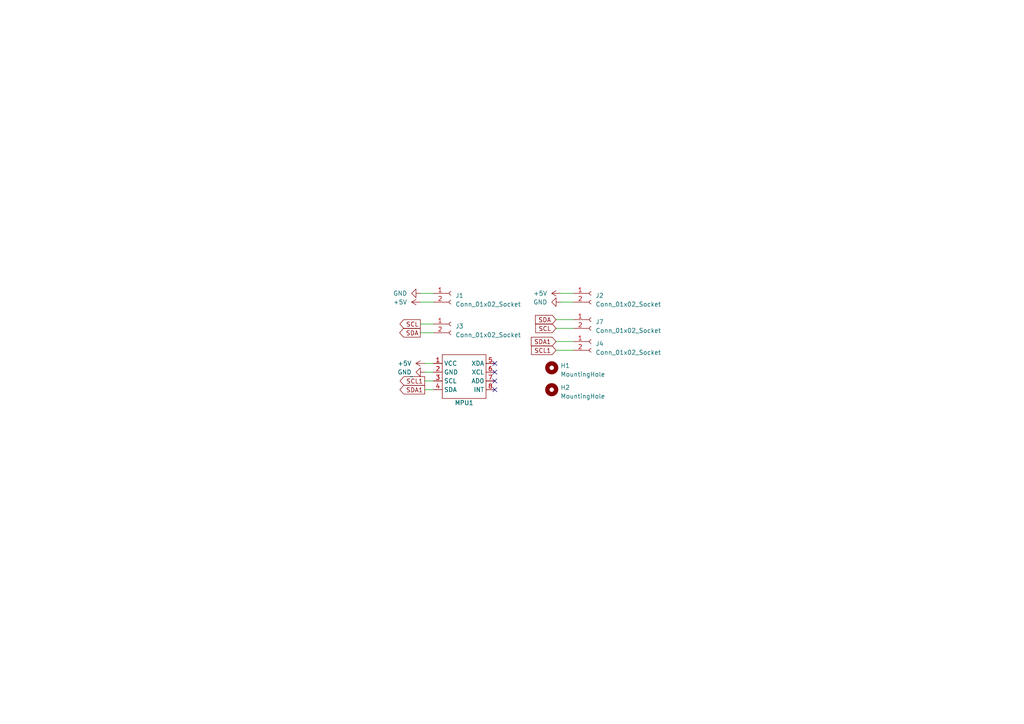
<source format=kicad_sch>
(kicad_sch (version 20230121) (generator eeschema)
  (paper "A4")
  (lib_symbols
    (symbol "Connector:Conn_01x02_Socket" (pin_names (offset 1.016) hide)
      (property "Reference" "J" (at 0 2.54 0))
      (property "Value" "Conn_01x02_Socket" (at 0 -5.08 0))
      (symbol "Conn_01x02_Socket_1_1"
        (arc (start 0 -2.032) (mid -0.5058 -2.54) (end 0 -3.048) (stroke (width 0.1524)))
        (polyline (pts (xy -1.27 -2.54) (xy -0.508 -2.54)) (stroke (width 0.1524)))
        (polyline (pts (xy -1.27 0) (xy -0.508 0)) (stroke (width 0.1524)))
        (arc (start 0 0.508) (mid -0.5058 0) (end 0 -0.508) (stroke (width 0.1524)))
        (pin passive line (at -5.08 0 0) (length 3.81) (name "Pin_1") (number "1"))
        (pin passive line (at -5.08 -2.54 0) (length 3.81) (name "Pin_2") (number "2"))
      )
    )
    (symbol "MPU6050:MPU6050"
      (property "Reference" "MPU6050" (at 0 0 0))
      (symbol "MPU6050_0_1"
        (rectangle (start -6.35 6.35) (end 6.35 -6.35))
      )
      (symbol "MPU6050_1_1"
        (pin power_in line (at -8.89 3.81 0) (length 2.54) (name "VCC") (number "1"))
        (pin power_out line (at -8.89 1.27 0) (length 2.54) (name "GND") (number "2"))
        (pin bidirectional line (at -8.89 -1.27 0) (length 2.54) (name "SCL") (number "3"))
        (pin input line (at -8.89 -3.81 0) (length 2.54) (name "SDA") (number "4"))
        (pin bidirectional line (at 8.89 3.81 180) (length 2.54) (name "XDA") (number "5"))
        (pin input line (at 8.89 1.27 180) (length 2.54) (name "XCL") (number "6"))
        (pin input line (at 8.89 -1.27 180) (length 2.54) (name "AD0") (number "7"))
        (pin output line (at 8.89 -3.81 180) (length 2.54) (name "INT") (number "8"))
      )
    )
    (symbol "Mechanical:MountingHole" (pin_names (offset 1.016))
      (property "Reference" "H" (at 0 5.08 0))
      (property "Value" "MountingHole" (at 0 3.175 0))
      (symbol "MountingHole_0_1"
        (circle (center 0 0) (radius 1.27) (stroke (width 1.27)))
      )
    )
    (symbol "power:+5V" (power) (pin_names (offset 0))
      (property "Value" "+5V" (at 0 3.556 0))
      (symbol "+5V_0_1"
        (polyline (pts (xy -0.762 1.27) (xy 0 2.54)))
        (polyline (pts (xy 0 0) (xy 0 2.54)))
        (polyline (pts (xy 0 2.54) (xy 0.762 1.27)))
      )
      (symbol "+5V_1_1"
        (pin power_in line (at 0 0 90) (length 0) hide (name "+5V") (number "1"))
      )
    )
    (symbol "power:GND" (power) (pin_names (offset 0))
      (property "Value" "GND" (at 0 -3.81 0))
      (symbol "GND_0_1"
        (polyline (pts (xy 0 0) (xy 0 -1.27) (xy 1.27 -1.27) (xy 0 -2.54) (xy -1.27 -1.27) (xy 0 -1.27)))
      )
      (symbol "GND_1_1"
        (pin power_in line (at 0 0 270) (length 0) hide (name "GND") (number "1"))
      )
    )
  )
  (no_connect (at 143.51 105.41))
  (no_connect (at 143.51 107.95))
  (no_connect (at 143.51 113.03))
  (no_connect (at 143.51 110.49))
  (wire (pts (xy 121.92 96.52) (xy 125.73 96.52)))
  (wire (pts (xy 125.73 105.41) (xy 123.19 105.41)))
  (wire (pts (xy 162.56 85.09) (xy 166.37 85.09)))
  (wire (pts (xy 161.29 92.71) (xy 166.37 92.71)))
  (wire (pts (xy 121.92 93.98) (xy 125.73 93.98)))
  (wire (pts (xy 161.29 99.06) (xy 166.37 99.06)))
  (wire (pts (xy 162.56 87.63) (xy 166.37 87.63)))
  (wire (pts (xy 123.19 110.49) (xy 125.73 110.49)))
  (wire (pts (xy 161.29 95.25) (xy 166.37 95.25)))
  (wire (pts (xy 121.92 85.09) (xy 125.73 85.09)))
  (wire (pts (xy 123.19 113.03) (xy 125.73 113.03)))
  (wire (pts (xy 123.19 107.95) (xy 125.73 107.95)))
  (wire (pts (xy 121.92 87.63) (xy 125.73 87.63)))
  (wire (pts (xy 161.29 101.6) (xy 166.37 101.6)))
  (global_label "SCL1" (shape output) (at 123.19 110.49 180) (property "Intersheetrefs" "${INTERSHEET_REFS}" (effects hide)))
  (global_label "SCL" (shape output) (at 121.92 93.98 180) (property "Intersheetrefs" "${INTERSHEET_REFS}" (effects hide)))
  (global_label "SCL" (shape input) (at 161.29 95.25 180) (property "Intersheetrefs" "${INTERSHEET_REFS}" (effects hide)))
  (global_label "SDA" (shape output) (at 121.92 96.52 180) (property "Intersheetrefs" "${INTERSHEET_REFS}" (effects hide)))
  (global_label "SDA1" (shape output) (at 123.19 113.03 180) (property "Intersheetrefs" "${INTERSHEET_REFS}" (effects hide)))
  (global_label "SDA1" (shape input) (at 161.29 99.06 180) (property "Intersheetrefs" "${INTERSHEET_REFS}" (effects hide)))
  (global_label "SDA" (shape input) (at 161.29 92.71 180) (property "Intersheetrefs" "${INTERSHEET_REFS}" (effects hide)))
  (global_label "SCL1" (shape input) (at 161.29 101.6 180) (property "Intersheetrefs" "${INTERSHEET_REFS}" (effects hide)))
  (symbol (lib_id "Mechanical:MountingHole") (at 160.02 106.68 0) (unit 1)
    (property "Reference" "H1" (at 162.56 106.045 0) (effects (justify left)))
    (property "Value" "MountingHole" (at 162.56 108.585 0) (effects (justify left)))
    (property "Footprint" "MountingHole:MountingHole_2.2mm_M2" (effects hide))
  )
  (symbol (lib_id "Connector:Conn_01x02_Socket") (at 171.45 92.71 0) (unit 1)
    (property "Reference" "J7" (at 172.72 93.345 0) (effects (justify left)))
    (property "Value" "Conn_01x02_Socket" (at 172.72 95.885 0) (effects (justify left)))
    (property "Footprint" "Connector_PinHeader_2.54mm:PinHeader_1x02_P2.54mm_Vertical" (effects hide))
  )
  (symbol (lib_id "Connector:Conn_01x02_Socket") (at 130.81 93.98 0) (unit 1)
    (property "Reference" "J3" (at 132.08 94.615 0) (effects (justify left)))
    (property "Value" "Conn_01x02_Socket" (at 132.08 97.155 0) (effects (justify left)))
    (property "Footprint" "XTConnectors:XT30U-M_1x02_P5.0mm_Vertical" (effects hide))
  )
  (symbol (lib_id "Connector:Conn_01x02_Socket") (at 171.45 99.06 0) (unit 1)
    (property "Reference" "J4" (at 172.72 99.695 0) (effects (justify left)))
    (property "Value" "Conn_01x02_Socket" (at 172.72 102.235 0) (effects (justify left)))
    (property "Footprint" "Connector_PinHeader_2.54mm:PinHeader_1x02_P2.54mm_Vertical" (effects hide))
  )
  (symbol (lib_id "MPU6050:MPU6050") (at 134.62 109.22 0) (unit 1)
    (property "Reference" "MPU1" (at 134.62 116.84 0))
    (property "Value" "~" (at 119.38 109.22 0))
    (property "Footprint" "MPU6050:MPU6050_module" (effects hide))
  )
  (symbol (lib_id "power:+5V") (at 121.92 87.63 90) (unit 1)
    (property "Reference" "#PWR03" (effects hide))
    (property "Value" "+5V" (at 118.11 87.63 90) (effects (justify left)))
  )
  (symbol (lib_id "Mechanical:MountingHole") (at 160.02 113.03 0) (unit 1)
    (property "Reference" "H2" (at 162.56 112.395 0) (effects (justify left)))
    (property "Value" "MountingHole" (at 162.56 114.935 0) (effects (justify left)))
    (property "Footprint" "MountingHole:MountingHole_2.2mm_M2" (effects hide))
  )
  (symbol (lib_id "power:GND") (at 123.19 107.95 270) (unit 1)
    (property "Reference" "#PWR04" (effects hide))
    (property "Value" "GND" (at 119.38 107.95 90) (effects (justify right)))
  )
  (symbol (lib_id "power:GND") (at 162.56 87.63 270) (unit 1)
    (property "Reference" "#PWR08" (effects hide))
    (property "Value" "GND" (at 158.75 87.63 90) (effects (justify right)))
  )
  (symbol (lib_id "power:+5V") (at 162.56 85.09 90) (unit 1)
    (property "Reference" "#PWR07" (effects hide))
    (property "Value" "+5V" (at 158.75 85.09 90) (effects (justify left)))
  )
  (symbol (lib_id "power:GND") (at 121.92 85.09 270) (unit 1)
    (property "Reference" "#PWR02" (effects hide))
    (property "Value" "GND" (at 118.11 85.09 90) (effects (justify right)))
  )
  (symbol (lib_id "Connector:Conn_01x02_Socket") (at 130.81 85.09 0) (unit 1)
    (property "Reference" "J1" (at 132.08 85.725 0) (effects (justify left)))
    (property "Value" "Conn_01x02_Socket" (at 132.08 88.265 0) (effects (justify left)))
    (property "Footprint" "XTConnectors:XT30U-M_1x02_P5.0mm_Vertical" (effects hide))
  )
  (symbol (lib_id "power:+5V") (at 123.19 105.41 90) (unit 1)
    (property "Reference" "#PWR01" (effects hide))
    (property "Value" "+5V" (at 119.38 105.41 90) (effects (justify left)))
  )
  (symbol (lib_id "Connector:Conn_01x02_Socket") (at 171.45 85.09 0) (unit 1)
    (property "Reference" "J2" (at 172.72 85.725 0) (effects (justify left)))
    (property "Value" "Conn_01x02_Socket" (at 172.72 88.265 0) (effects (justify left)))
    (property "Footprint" "Connector_PinHeader_2.54mm:PinHeader_1x02_P2.54mm_Vertical" (effects hide))
  )
)
</source>
